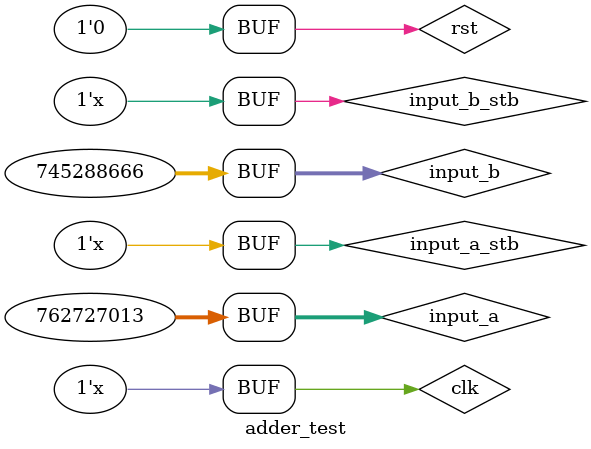
<source format=v>
`timescale 1ns / 1ps


module adder_test;

	// Inputs
	reg [31:0] input_a;
	reg [31:0] input_b;
	reg input_a_stb;
	reg input_b_stb;
	reg output_z_ack;
	reg clk;
	reg rst;

	// Outputs
	wire [31:0] output_z;
	wire output_z_stb;
	wire input_a_ack;
	wire input_b_ack;

	// Instantiate the Unit Under Test (UUT)
	adder uut (
		.input_a(input_a), 
		.input_b(input_b), 
		.input_a_stb(input_a_stb), 
		.input_b_stb(input_b_stb), 
		.output_z_ack(output_z_ack), 
		.clk(clk), 
		.rst(rst), 
		.output_z(output_z), 
		.output_z_stb(output_z_stb), 
		.input_a_ack(input_a_ack), 
		.input_b_ack(input_b_ack)
	);

	initial begin
		// Initialize Inputs
		input_a = 0;
		input_b = 0;
		input_a_stb = 0;
		input_b_stb = 0;
		output_z_ack = 0;
		clk = 0;
		rst = 1;

		// Wait 100 ns for global reset to finish
		#100;
        
		// Add stimulus here
		rst = 0;
		
		input_a = 32'b00101101011101100100101001100101;
		input_b = 32'b00101100011011000011001111011010;
		input_a_stb = 1;
		input_b_stb = 1;
		#20;
		
	end
	
	always 
	begin
		#5 clk = ~ clk;
		input_a_stb = ~ input_a_stb;
		input_b_stb = ~ input_b_stb;
		if(output_z_stb == 1)
			output_z_ack = 1;
		else 
			output_z_ack = 0;
   end
		
endmodule


</source>
